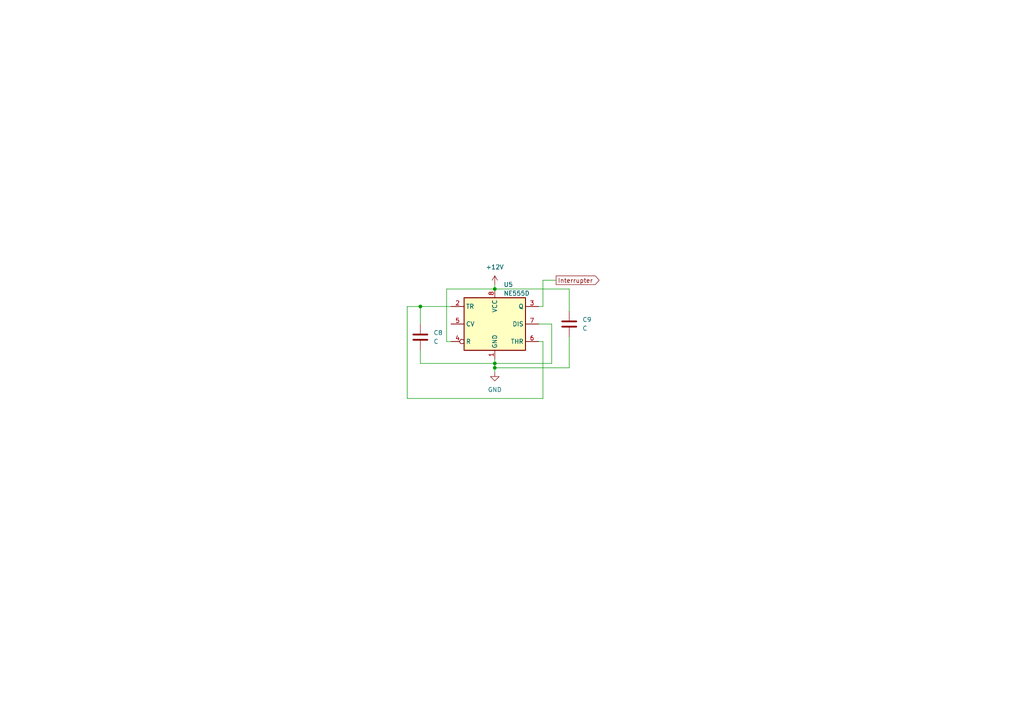
<source format=kicad_sch>
(kicad_sch (version 20230121) (generator eeschema)
  (paper "A4")
  (lib_symbols
    (symbol "Device:C" (pin_numbers hide) (pin_names (offset 0.254))
      (property "Reference" "C" (at 0.635 2.54 0))
      (property "Value" "C" (at 0.635 -2.54 0))
      (symbol "C_0_1"
        (polyline (pts (xy -2.032 -0.762) (xy 2.032 -0.762)) (stroke (width 0.508)))
        (polyline (pts (xy -2.032 0.762) (xy 2.032 0.762)) (stroke (width 0.508)))
      )
      (symbol "C_1_1"
        (pin passive line (at 0 3.81 270) (length 2.794) (name "~") (number "1"))
        (pin passive line (at 0 -3.81 90) (length 2.794) (name "~") (number "2"))
      )
    )
    (symbol "Timer:NE555D"
      (property "Reference" "U" (at -10.16 8.89 0))
      (property "Value" "NE555D" (at 2.54 8.89 0))
      (symbol "NE555D_0_0"
        (pin power_in line (at 0 -10.16 90) (length 2.54) (name "GND") (number "1"))
        (pin power_in line (at 0 10.16 270) (length 2.54) (name "VCC") (number "8"))
      )
      (symbol "NE555D_0_1"
        (rectangle (start -8.89 -7.62) (end 8.89 7.62) (stroke (width 0.254)) (fill (type background)))
        (rectangle (start -8.89 -7.62) (end 8.89 7.62) (stroke (width 0.254)) (fill (type background)))
      )
      (symbol "NE555D_1_1"
        (pin input line (at -12.7 5.08 0) (length 3.81) (name "TR") (number "2"))
        (pin output line (at 12.7 5.08 180) (length 3.81) (name "Q") (number "3"))
        (pin input inverted (at -12.7 -5.08 0) (length 3.81) (name "R") (number "4"))
        (pin input line (at -12.7 0 0) (length 3.81) (name "CV") (number "5"))
        (pin input line (at 12.7 -5.08 180) (length 3.81) (name "THR") (number "6"))
        (pin input line (at 12.7 0 180) (length 3.81) (name "DIS") (number "7"))
      )
    )
    (symbol "power:+12V" (power) (pin_names (offset 0))
      (property "Value" "+12V" (at 0 3.556 0))
      (symbol "+12V_0_1"
        (polyline (pts (xy -0.762 1.27) (xy 0 2.54)))
        (polyline (pts (xy 0 0) (xy 0 2.54)))
        (polyline (pts (xy 0 2.54) (xy 0.762 1.27)))
      )
      (symbol "+12V_1_1"
        (pin power_in line (at 0 0 90) (length 0) hide (name "+12V") (number "1"))
      )
    )
    (symbol "power:GND" (power) (pin_names (offset 0))
      (property "Value" "GND" (at 0 -3.81 0))
      (symbol "GND_0_1"
        (polyline (pts (xy 0 0) (xy 0 -1.27) (xy 1.27 -1.27) (xy 0 -2.54) (xy -1.27 -1.27) (xy 0 -1.27)))
      )
      (symbol "GND_1_1"
        (pin power_in line (at 0 0 270) (length 0) hide (name "GND") (number "1"))
      )
    )
  )
  (junction (at 143.51 106.68))
  (junction (at 121.92 88.9))
  (junction (at 143.51 105.41))
  (junction (at 143.51 83.82))
  (wire (pts (xy 165.1 106.68) (xy 143.51 106.68)))
  (wire (pts (xy 143.51 104.14) (xy 143.51 105.41)))
  (wire (pts (xy 121.92 105.41) (xy 143.51 105.41)))
  (wire (pts (xy 121.92 93.98) (xy 121.92 88.9)))
  (wire (pts (xy 121.92 101.6) (xy 121.92 105.41)))
  (wire (pts (xy 143.51 106.68) (xy 143.51 107.95)))
  (wire (pts (xy 160.02 93.98) (xy 160.02 105.41)))
  (wire (pts (xy 129.54 83.82) (xy 143.51 83.82)))
  (wire (pts (xy 143.51 83.82) (xy 165.1 83.82)))
  (wire (pts (xy 156.21 99.06) (xy 157.48 99.06)))
  (wire (pts (xy 157.48 81.28) (xy 161.29 81.28)))
  (wire (pts (xy 157.48 88.9) (xy 157.48 81.28)))
  (wire (pts (xy 165.1 90.17) (xy 165.1 83.82)))
  (wire (pts (xy 156.21 93.98) (xy 160.02 93.98)))
  (wire (pts (xy 143.51 105.41) (xy 143.51 106.68)))
  (wire (pts (xy 157.48 115.57) (xy 118.11 115.57)))
  (wire (pts (xy 118.11 88.9) (xy 121.92 88.9)))
  (wire (pts (xy 157.48 88.9) (xy 156.21 88.9)))
  (wire (pts (xy 130.81 99.06) (xy 129.54 99.06)))
  (wire (pts (xy 165.1 97.79) (xy 165.1 106.68)))
  (wire (pts (xy 129.54 99.06) (xy 129.54 83.82)))
  (wire (pts (xy 160.02 105.41) (xy 143.51 105.41)))
  (wire (pts (xy 143.51 82.55) (xy 143.51 83.82)))
  (wire (pts (xy 121.92 88.9) (xy 130.81 88.9)))
  (wire (pts (xy 118.11 115.57) (xy 118.11 88.9)))
  (wire (pts (xy 157.48 99.06) (xy 157.48 115.57)))
  (global_label "Interrupter" (shape output) (at 161.29 81.28 0) (property "Intersheetrefs" "${INTERSHEET_REFS}" (effects hide)))
  (symbol (lib_id "Timer:NE555D") (at 143.51 93.98 0) (unit 1)
    (property "Reference" "U5" (at 146.05 82.55 0) (effects (justify left)))
    (property "Value" "NE555D" (at 146.05 85.09 0) (effects (justify left)))
    (property "Footprint" "Package_SO:SOIC-8_3.9x4.9mm_P1.27mm" (effects hide))
    (property "Datasheet" "http://www.ti.com/lit/ds/symlink/ne555.pdf" (effects hide))
  )
  (symbol (lib_id "Device:C") (at 165.1 93.98 0) (unit 1)
    (property "Reference" "C9" (at 168.91 92.71 0) (effects (justify left)))
    (property "Value" "C" (at 168.91 95.25 0) (effects (justify left)))
    (property "Footprint" "Capacitor_SMD:C_0805_2012Metric_Pad1.18x1.45mm_HandSolder" (effects hide))
  )
  (symbol (lib_id "power:GND") (at 143.51 107.95 0) (unit 1)
    (property "Reference" "#PWR07" (effects hide))
    (property "Value" "GND" (at 143.51 113.03 0))
    (instances (project "TC_SS" (path "" (reference "#PWR07") (unit 1)) (path "" (reference "#PWR08") (unit 1))))
  )
  (symbol (lib_id "Device:C") (at 121.92 97.79 0) (unit 1)
    (property "Reference" "C8" (at 125.73 96.52 0) (effects (justify left)))
    (property "Value" "C" (at 125.73 99.06 0) (effects (justify left)))
    (property "Footprint" "Capacitor_SMD:C_0805_2012Metric_Pad1.18x1.45mm_HandSolder" (effects hide))
  )
  (symbol (lib_id "power:+12V") (at 143.51 82.55 0) (unit 1)
    (property "Reference" "#PWR08" (effects hide))
    (property "Value" "+12V" (at 143.51 77.47 0))
    (instances (project "TC_SS" (path "" (reference "#PWR08") (unit 1)) (path "" (reference "#PWR07") (unit 1))))
  )
)
</source>
